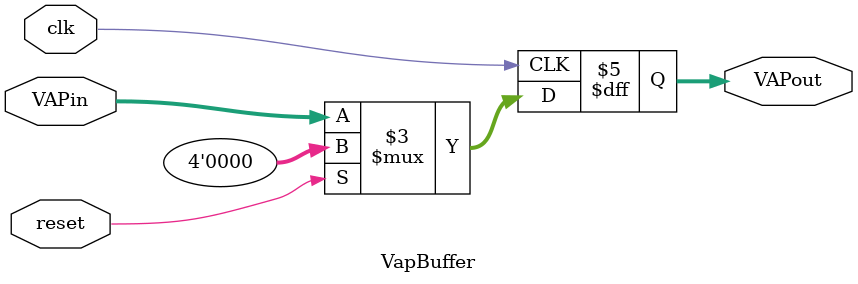
<source format=v>
`timescale 1ns / 1ps


module VapBuffer(
    input reset,
    input clk,
    input [3:0] VAPin,
    output reg [3:0] VAPout
    );
    
    always @ (posedge clk) begin
        if(reset) begin
            VAPout <= 0;
        end
        else begin
            VAPout <= VAPin;
        end
    end
endmodule

</source>
